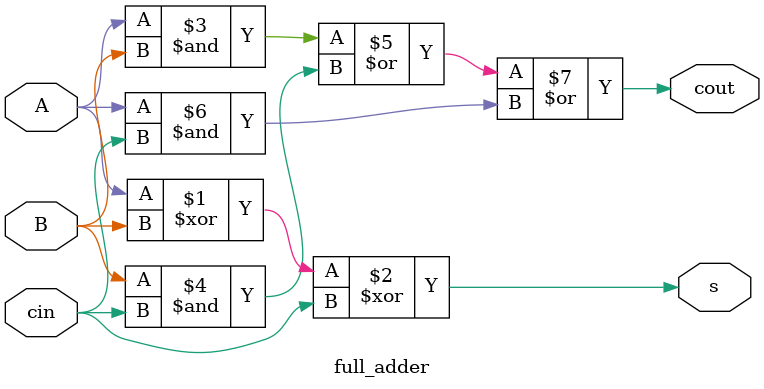
<source format=sv>
module full_adder (input logic A, B, cin, output logic s, cout);
	assign s = A^B^cin;
	assign cout = (A&B)|(B&cin)|(A&cin);
endmodule 

</source>
